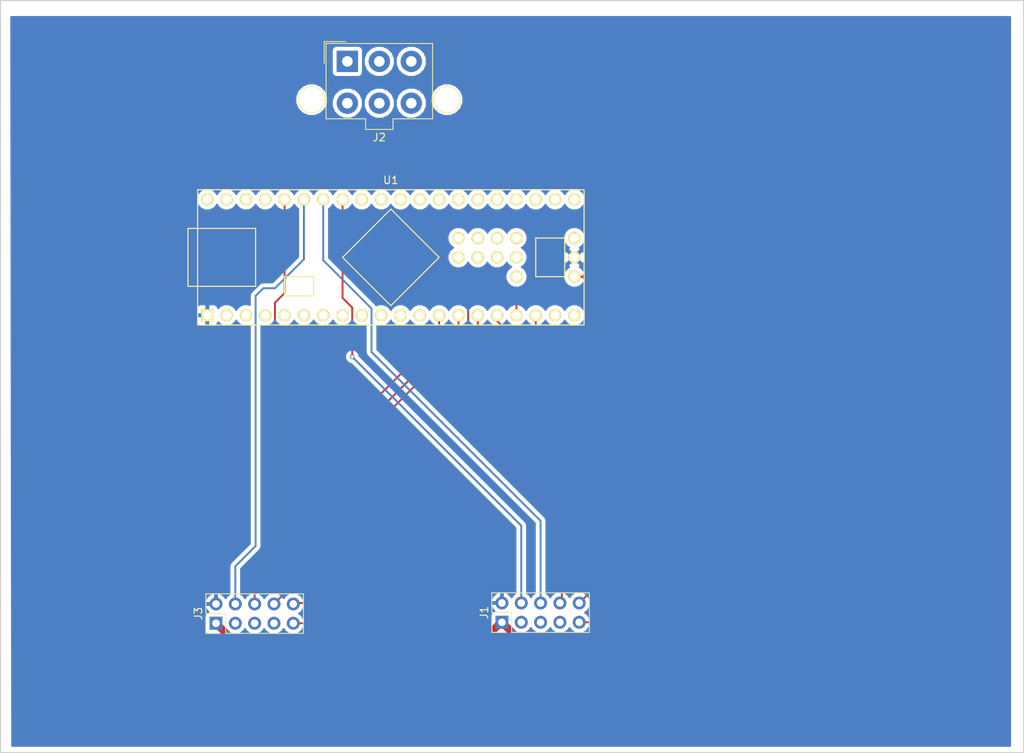
<source format=kicad_pcb>
(kicad_pcb (version 4) (host pcbnew 4.0.7)

  (general
    (links 15)
    (no_connects 0)
    (area 38.405999 33.452999 173.049001 132.536001)
    (thickness 1.6)
    (drawings 5)
    (tracks 71)
    (zones 0)
    (modules 4)
    (nets 13)
  )

  (page A4)
  (layers
    (0 F.Cu signal)
    (31 B.Cu signal)
    (32 B.Adhes user)
    (33 F.Adhes user)
    (34 B.Paste user)
    (35 F.Paste user)
    (36 B.SilkS user)
    (37 F.SilkS user)
    (38 B.Mask user)
    (39 F.Mask user)
    (40 Dwgs.User user)
    (41 Cmts.User user)
    (42 Eco1.User user)
    (43 Eco2.User user)
    (44 Edge.Cuts user)
    (45 Margin user)
    (46 B.CrtYd user)
    (47 F.CrtYd user)
    (48 B.Fab user)
    (49 F.Fab user)
  )

  (setup
    (last_trace_width 1)
    (user_trace_width 0.3)
    (user_trace_width 0.5)
    (user_trace_width 0.8)
    (user_trace_width 1)
    (user_trace_width 1.2)
    (user_trace_width 1.5)
    (user_trace_width 2)
    (trace_clearance 0.2)
    (zone_clearance 0.508)
    (zone_45_only no)
    (trace_min 0.2)
    (segment_width 0.2)
    (edge_width 0.15)
    (via_size 0.6)
    (via_drill 0.4)
    (via_min_size 0.4)
    (via_min_drill 0.3)
    (uvia_size 0.3)
    (uvia_drill 0.1)
    (uvias_allowed no)
    (uvia_min_size 0.2)
    (uvia_min_drill 0.1)
    (pcb_text_width 0.3)
    (pcb_text_size 1.5 1.5)
    (mod_edge_width 0.15)
    (mod_text_size 1 1)
    (mod_text_width 0.15)
    (pad_size 1.524 1.524)
    (pad_drill 0.762)
    (pad_to_mask_clearance 0.2)
    (aux_axis_origin 0 0)
    (visible_elements FFFFFF7F)
    (pcbplotparams
      (layerselection 0x010f0_80000001)
      (usegerberextensions false)
      (excludeedgelayer true)
      (linewidth 0.100000)
      (plotframeref false)
      (viasonmask false)
      (mode 1)
      (useauxorigin false)
      (hpglpennumber 1)
      (hpglpenspeed 20)
      (hpglpendiameter 15)
      (hpglpenoverlay 2)
      (psnegative false)
      (psa4output false)
      (plotreference true)
      (plotvalue true)
      (plotinvisibletext false)
      (padsonsilk false)
      (subtractmaskfromsilk false)
      (outputformat 1)
      (mirror false)
      (drillshape 0)
      (scaleselection 1)
      (outputdirectory gerber/))
  )

  (net 0 "")
  (net 1 GND)
  (net 2 +5V)
  (net 3 /MLeftSig1)
  (net 4 /MLeftSig2)
  (net 5 /MLeftFwd)
  (net 6 /MLeftPWM)
  (net 7 /MLeftBck)
  (net 8 /MRightSig1)
  (net 9 /MRightSig2)
  (net 10 /MRightFwd)
  (net 11 /MRightPWM)
  (net 12 /MRightBck)

  (net_class Default "Dies ist die voreingestellte Netzklasse."
    (clearance 0.2)
    (trace_width 0.25)
    (via_dia 0.6)
    (via_drill 0.4)
    (uvia_dia 0.3)
    (uvia_drill 0.1)
    (add_net /MLeftBck)
    (add_net /MLeftFwd)
    (add_net /MLeftPWM)
    (add_net /MLeftSig1)
    (add_net /MLeftSig2)
    (add_net /MRightBck)
    (add_net /MRightFwd)
    (add_net /MRightPWM)
    (add_net /MRightSig1)
    (add_net /MRightSig2)
  )

  (net_class power ""
    (clearance 0.2)
    (trace_width 0.8)
    (via_dia 0.6)
    (via_drill 0.4)
    (uvia_dia 0.3)
    (uvia_drill 0.1)
    (add_net +5V)
    (add_net GND)
  )

  (module Connectors_Molex:Molex_MiniFit-JR-5556-06B_2x03x4.20mm_Straight (layer F.Cu) (tedit 58A28952) (tstamp 5A92A94A)
    (at 84.074 41.529)
    (descr "Molex Mini-Fit JR, PN:5556-06B, dual row, top entry type, through hole, with plastic PCB locators")
    (tags "connector molex mini-fit 5556")
    (path /5A92A7CF)
    (fp_text reference J2 (at 4.2 10) (layer F.SilkS)
      (effects (font (size 1 1) (thickness 0.15)))
    )
    (fp_text value PowerConn (at 4.2 -4) (layer F.Fab)
      (effects (font (size 1 1) (thickness 0.15)))
    )
    (fp_circle (center -4.7 5.04) (end -2.95 5.04) (layer F.SilkS) (width 0.12))
    (fp_circle (center 13.1 5.04) (end 14.85 5.04) (layer F.SilkS) (width 0.12))
    (fp_line (start -2.7 -2.25) (end -2.7 7.45) (layer F.Fab) (width 0.1))
    (fp_line (start -2.7 7.45) (end 11.1 7.45) (layer F.Fab) (width 0.1))
    (fp_line (start 11.1 7.45) (end 11.1 -2.25) (layer F.Fab) (width 0.1))
    (fp_line (start 11.1 -2.25) (end -2.7 -2.25) (layer F.Fab) (width 0.1))
    (fp_line (start 2.5 7.45) (end 2.5 8.85) (layer F.Fab) (width 0.1))
    (fp_line (start 2.5 8.85) (end 5.9 8.85) (layer F.Fab) (width 0.1))
    (fp_line (start 5.9 8.85) (end 5.9 7.45) (layer F.Fab) (width 0.1))
    (fp_line (start -1.75 -1.75) (end -1.75 1.75) (layer F.Fab) (width 0.1))
    (fp_line (start -1.75 1.75) (end 1.75 1.75) (layer F.Fab) (width 0.1))
    (fp_line (start 1.75 1.75) (end 1.75 -1.75) (layer F.Fab) (width 0.1))
    (fp_line (start 1.75 -1.75) (end -1.75 -1.75) (layer F.Fab) (width 0.1))
    (fp_line (start -1.75 7.25) (end -1.75 4.625) (layer F.Fab) (width 0.1))
    (fp_line (start -1.75 4.625) (end -0.875 3.75) (layer F.Fab) (width 0.1))
    (fp_line (start -0.875 3.75) (end 0.875 3.75) (layer F.Fab) (width 0.1))
    (fp_line (start 0.875 3.75) (end 1.75 4.625) (layer F.Fab) (width 0.1))
    (fp_line (start 1.75 4.625) (end 1.75 7.25) (layer F.Fab) (width 0.1))
    (fp_line (start 1.75 7.25) (end -1.75 7.25) (layer F.Fab) (width 0.1))
    (fp_line (start 2.45 3.75) (end 2.45 7.25) (layer F.Fab) (width 0.1))
    (fp_line (start 2.45 7.25) (end 5.95 7.25) (layer F.Fab) (width 0.1))
    (fp_line (start 5.95 7.25) (end 5.95 3.75) (layer F.Fab) (width 0.1))
    (fp_line (start 5.95 3.75) (end 2.45 3.75) (layer F.Fab) (width 0.1))
    (fp_line (start 2.45 1.75) (end 2.45 -0.875) (layer F.Fab) (width 0.1))
    (fp_line (start 2.45 -0.875) (end 3.325 -1.75) (layer F.Fab) (width 0.1))
    (fp_line (start 3.325 -1.75) (end 5.075 -1.75) (layer F.Fab) (width 0.1))
    (fp_line (start 5.075 -1.75) (end 5.95 -0.875) (layer F.Fab) (width 0.1))
    (fp_line (start 5.95 -0.875) (end 5.95 1.75) (layer F.Fab) (width 0.1))
    (fp_line (start 5.95 1.75) (end 2.45 1.75) (layer F.Fab) (width 0.1))
    (fp_line (start 6.65 3.75) (end 6.65 7.25) (layer F.Fab) (width 0.1))
    (fp_line (start 6.65 7.25) (end 10.15 7.25) (layer F.Fab) (width 0.1))
    (fp_line (start 10.15 7.25) (end 10.15 3.75) (layer F.Fab) (width 0.1))
    (fp_line (start 10.15 3.75) (end 6.65 3.75) (layer F.Fab) (width 0.1))
    (fp_line (start 6.65 1.75) (end 6.65 -0.875) (layer F.Fab) (width 0.1))
    (fp_line (start 6.65 -0.875) (end 7.525 -1.75) (layer F.Fab) (width 0.1))
    (fp_line (start 7.525 -1.75) (end 9.275 -1.75) (layer F.Fab) (width 0.1))
    (fp_line (start 9.275 -1.75) (end 10.15 -0.875) (layer F.Fab) (width 0.1))
    (fp_line (start 10.15 -0.875) (end 10.15 1.75) (layer F.Fab) (width 0.1))
    (fp_line (start 10.15 1.75) (end 6.65 1.75) (layer F.Fab) (width 0.1))
    (fp_line (start 4.2 -2.35) (end -2.8 -2.35) (layer F.SilkS) (width 0.12))
    (fp_line (start -2.8 -2.35) (end -2.8 7.55) (layer F.SilkS) (width 0.12))
    (fp_line (start -2.8 7.55) (end 2.4 7.55) (layer F.SilkS) (width 0.12))
    (fp_line (start 2.4 7.55) (end 2.4 8.95) (layer F.SilkS) (width 0.12))
    (fp_line (start 2.4 8.95) (end 4.2 8.95) (layer F.SilkS) (width 0.12))
    (fp_line (start 4.2 -2.35) (end 11.2 -2.35) (layer F.SilkS) (width 0.12))
    (fp_line (start 11.2 -2.35) (end 11.2 7.55) (layer F.SilkS) (width 0.12))
    (fp_line (start 11.2 7.55) (end 6 7.55) (layer F.SilkS) (width 0.12))
    (fp_line (start 6 7.55) (end 6 8.95) (layer F.SilkS) (width 0.12))
    (fp_line (start 6 8.95) (end 4.2 8.95) (layer F.SilkS) (width 0.12))
    (fp_line (start -0.2 -2.6) (end -3.05 -2.6) (layer F.SilkS) (width 0.12))
    (fp_line (start -3.05 -2.6) (end -3.05 0.25) (layer F.SilkS) (width 0.12))
    (fp_line (start -0.2 -2.6) (end -3.05 -2.6) (layer F.Fab) (width 0.1))
    (fp_line (start -3.05 -2.6) (end -3.05 0.25) (layer F.Fab) (width 0.1))
    (fp_line (start -6.7 -2.75) (end -6.7 9.3) (layer F.CrtYd) (width 0.05))
    (fp_line (start -6.7 9.3) (end 15.1 9.3) (layer F.CrtYd) (width 0.05))
    (fp_line (start 15.1 9.3) (end 15.1 -2.75) (layer F.CrtYd) (width 0.05))
    (fp_line (start 15.1 -2.75) (end -6.7 -2.75) (layer F.CrtYd) (width 0.05))
    (fp_text user %R (at 4.2 3) (layer F.Fab)
      (effects (font (size 1 1) (thickness 0.15)))
    )
    (pad 1 thru_hole rect (at 0 0) (size 2.8 2.8) (drill 1.4) (layers *.Cu *.Mask))
    (pad 2 thru_hole circle (at 4.2 0) (size 2.8 2.8) (drill 1.4) (layers *.Cu *.Mask))
    (pad 3 thru_hole circle (at 8.4 0) (size 2.8 2.8) (drill 1.4) (layers *.Cu *.Mask))
    (pad 4 thru_hole circle (at 0 5.5) (size 2.8 2.8) (drill 1.4) (layers *.Cu *.Mask))
    (pad 5 thru_hole circle (at 4.2 5.5) (size 2.8 2.8) (drill 1.4) (layers *.Cu *.Mask))
    (pad 6 thru_hole circle (at 8.4 5.5) (size 2.8 2.8) (drill 1.4) (layers *.Cu *.Mask))
    (pad "" np_thru_hole circle (at -4.7 5.04) (size 3 3) (drill 3) (layers *.Cu *.Mask))
    (pad "" np_thru_hole circle (at 13.1 5.04) (size 3 3) (drill 3) (layers *.Cu *.Mask))
    (model ${KISYS3DMOD}/Connectors_Molex.3dshapes/Molex_MiniFit-JR-5556-06B_2x03x4.20mm_Straight.wrl
      (at (xyz 0 0 0))
      (scale (xyz 1 1 1))
      (rotate (xyz 0 0 0))
    )
  )

  (module footprints:Teensy2.0++ (layer F.Cu) (tedit 5A2919ED) (tstamp 5A92C1E5)
    (at 89.789 67.31)
    (descr 20)
    (path /5A92B088)
    (fp_text reference U1 (at 0 -10.16) (layer F.SilkS)
      (effects (font (size 1 1) (thickness 0.15)))
    )
    (fp_text value Teensy++2.0 (at 0 10.16) (layer F.Fab)
      (effects (font (size 1 1) (thickness 0.15)))
    )
    (fp_line (start -17.78 3.81) (end -17.78 -3.81) (layer F.SilkS) (width 0.15))
    (fp_line (start -26.67 -3.81) (end -26.67 3.81) (layer F.SilkS) (width 0.15))
    (fp_line (start -17.78 -3.81) (end -26.67 -3.81) (layer F.SilkS) (width 0.15))
    (fp_line (start -17.78 3.81) (end -26.67 3.81) (layer F.SilkS) (width 0.15))
    (fp_line (start -13.97 5.08) (end -10.16 5.08) (layer F.SilkS) (width 0.15))
    (fp_line (start -10.16 5.08) (end -10.16 3.81) (layer F.SilkS) (width 0.15))
    (fp_line (start -10.16 3.81) (end -10.16 2.54) (layer F.SilkS) (width 0.15))
    (fp_line (start -10.16 2.54) (end -13.97 2.54) (layer F.SilkS) (width 0.15))
    (fp_line (start -13.97 2.54) (end -13.97 5.08) (layer F.SilkS) (width 0.15))
    (fp_line (start 22.86 2.54) (end 19.05 2.54) (layer F.SilkS) (width 0.15))
    (fp_line (start 19.05 2.54) (end 19.05 -2.54) (layer F.SilkS) (width 0.15))
    (fp_line (start 19.05 -2.54) (end 22.86 -2.54) (layer F.SilkS) (width 0.15))
    (fp_line (start 22.86 -2.54) (end 22.86 2.54) (layer F.SilkS) (width 0.15))
    (fp_line (start 0 6.35) (end -6.35 0) (layer F.SilkS) (width 0.15))
    (fp_line (start -6.35 0) (end 0 -6.35) (layer F.SilkS) (width 0.15))
    (fp_line (start 0 -6.35) (end 6.35 0) (layer F.SilkS) (width 0.15))
    (fp_line (start 6.35 0) (end 0 6.35) (layer F.SilkS) (width 0.15))
    (fp_line (start -25.4 -8.89) (end 25.4 -8.89) (layer F.SilkS) (width 0.15))
    (fp_line (start 25.4 -8.89) (end 25.4 8.89) (layer F.SilkS) (width 0.15))
    (fp_line (start 25.4 8.89) (end -25.4 8.89) (layer F.SilkS) (width 0.15))
    (fp_line (start -25.4 8.89) (end -25.4 -8.89) (layer F.SilkS) (width 0.15))
    (pad 9 thru_hole circle (at -3.81 7.62) (size 1.6 1.6) (drill 1.1) (layers *.Cu *.Mask F.SilkS))
    (pad 10 thru_hole circle (at -1.27 7.62) (size 1.6 1.6) (drill 1.1) (layers *.Cu *.Mask F.SilkS))
    (pad 11 thru_hole circle (at 1.27 7.62) (size 1.6 1.6) (drill 1.1) (layers *.Cu *.Mask F.SilkS))
    (pad 8 thru_hole circle (at -6.35 7.62) (size 1.6 1.6) (drill 1.1) (layers *.Cu *.Mask F.SilkS))
    (pad 7 thru_hole circle (at -8.89 7.62) (size 1.6 1.6) (drill 1.1) (layers *.Cu *.Mask F.SilkS))
    (pad 6 thru_hole circle (at -11.43 7.62) (size 1.6 1.6) (drill 1.1) (layers *.Cu *.Mask F.SilkS))
    (pad 5 thru_hole circle (at -13.97 7.62) (size 1.6 1.6) (drill 1.1) (layers *.Cu *.Mask F.SilkS))
    (pad 4 thru_hole circle (at -16.51 7.62) (size 1.6 1.6) (drill 1.1) (layers *.Cu *.Mask F.SilkS))
    (pad 3 thru_hole circle (at -19.05 7.62) (size 1.6 1.6) (drill 1.1) (layers *.Cu *.Mask F.SilkS))
    (pad 2 thru_hole circle (at -21.59 7.62) (size 1.6 1.6) (drill 1.1) (layers *.Cu *.Mask F.SilkS))
    (pad 1 thru_hole rect (at -24.13 7.62) (size 1.6 1.6) (drill 1.1) (layers *.Cu *.Mask F.SilkS)
      (net 1 GND))
    (pad 12 thru_hole circle (at 3.81 7.62) (size 1.6 1.6) (drill 1.1) (layers *.Cu *.Mask F.SilkS))
    (pad 13 thru_hole circle (at 6.35 7.62) (size 1.6 1.6) (drill 1.1) (layers *.Cu *.Mask F.SilkS)
      (net 10 /MRightFwd))
    (pad 14 thru_hole circle (at 8.89 7.62) (size 1.6 1.6) (drill 1.1) (layers *.Cu *.Mask F.SilkS)
      (net 12 /MRightBck))
    (pad 15 thru_hole circle (at 11.43 7.62) (size 1.6 1.6) (drill 1.1) (layers *.Cu *.Mask F.SilkS)
      (net 5 /MLeftFwd))
    (pad 16 thru_hole circle (at 13.97 7.62) (size 1.6 1.6) (drill 1.1) (layers *.Cu *.Mask F.SilkS)
      (net 7 /MLeftBck))
    (pad 17 thru_hole circle (at 16.51 7.62) (size 1.6 1.6) (drill 1.1) (layers *.Cu *.Mask F.SilkS)
      (net 11 /MRightPWM))
    (pad 18 thru_hole circle (at 19.05 7.62) (size 1.6 1.6) (drill 1.1) (layers *.Cu *.Mask F.SilkS)
      (net 6 /MLeftPWM))
    (pad 19 thru_hole circle (at 21.59 7.62) (size 1.6 1.6) (drill 1.1) (layers *.Cu *.Mask F.SilkS))
    (pad 20 thru_hole circle (at 24.13 7.62) (size 1.6 1.6) (drill 1.1) (layers *.Cu *.Mask F.SilkS))
    (pad 21 thru_hole circle (at 24.13 2.54) (size 1.6 1.6) (drill 1.1) (layers *.Cu *.Mask F.SilkS)
      (net 2 +5V))
    (pad 22 thru_hole circle (at 24.13 0) (size 1.6 1.6) (drill 1.1) (layers *.Cu *.Mask F.SilkS)
      (net 1 GND))
    (pad 23 thru_hole circle (at 24.13 -2.54) (size 1.6 1.6) (drill 1.1) (layers *.Cu *.Mask F.SilkS))
    (pad 24 thru_hole circle (at 24.13 -7.62) (size 1.6 1.6) (drill 1.1) (layers *.Cu *.Mask F.SilkS))
    (pad 25 thru_hole circle (at 21.59 -7.62) (size 1.6 1.6) (drill 1.1) (layers *.Cu *.Mask F.SilkS))
    (pad 26 thru_hole circle (at 19.05 -7.62) (size 1.6 1.6) (drill 1.1) (layers *.Cu *.Mask F.SilkS))
    (pad 27 thru_hole circle (at 16.51 -7.62) (size 1.6 1.6) (drill 1.1) (layers *.Cu *.Mask F.SilkS))
    (pad 28 thru_hole circle (at 13.97 -7.62) (size 1.6 1.6) (drill 1.1) (layers *.Cu *.Mask F.SilkS))
    (pad 29 thru_hole circle (at 11.43 -7.62) (size 1.6 1.6) (drill 1.1) (layers *.Cu *.Mask F.SilkS))
    (pad 30 thru_hole circle (at 8.89 -7.62) (size 1.6 1.6) (drill 1.1) (layers *.Cu *.Mask F.SilkS))
    (pad 31 thru_hole circle (at 6.35 -7.62) (size 1.6 1.6) (drill 1.1) (layers *.Cu *.Mask F.SilkS))
    (pad 32 thru_hole circle (at 3.81 -7.62) (size 1.6 1.6) (drill 1.1) (layers *.Cu *.Mask F.SilkS))
    (pad 33 thru_hole circle (at 1.27 -7.62) (size 1.6 1.6) (drill 1.1) (layers *.Cu *.Mask F.SilkS))
    (pad 34 thru_hole circle (at -1.27 -7.62) (size 1.6 1.6) (drill 1.1) (layers *.Cu *.Mask F.SilkS))
    (pad 35 thru_hole circle (at -3.81 -7.62) (size 1.6 1.6) (drill 1.1) (layers *.Cu *.Mask F.SilkS))
    (pad 36 thru_hole circle (at -6.35 -7.62) (size 1.6 1.6) (drill 1.1) (layers *.Cu *.Mask F.SilkS)
      (net 3 /MLeftSig1))
    (pad 37 thru_hole circle (at -8.89 -7.62) (size 1.6 1.6) (drill 1.1) (layers *.Cu *.Mask F.SilkS)
      (net 4 /MLeftSig2))
    (pad 38 thru_hole circle (at -11.43 -7.62) (size 1.6 1.6) (drill 1.1) (layers *.Cu *.Mask F.SilkS)
      (net 8 /MRightSig1))
    (pad 39 thru_hole circle (at -13.97 -7.62) (size 1.6 1.6) (drill 1.1) (layers *.Cu *.Mask F.SilkS)
      (net 9 /MRightSig2))
    (pad 40 thru_hole circle (at -16.51 -7.62) (size 1.6 1.6) (drill 1.1) (layers *.Cu *.Mask F.SilkS))
    (pad 41 thru_hole circle (at -19.05 -7.62) (size 1.6 1.6) (drill 1.1) (layers *.Cu *.Mask F.SilkS))
    (pad 42 thru_hole circle (at -21.59 -7.62) (size 1.6 1.6) (drill 1.1) (layers *.Cu *.Mask F.SilkS))
    (pad 43 thru_hole circle (at -24.13 -7.62) (size 1.6 1.6) (drill 1.1) (layers *.Cu *.Mask F.SilkS))
    (pad 44 thru_hole circle (at 8.89 -2.54) (size 1.6 1.6) (drill 1.1) (layers *.Cu *.Mask F.SilkS))
    (pad 45 thru_hole circle (at 11.43 -2.54) (size 1.6 1.6) (drill 1.1) (layers *.Cu *.Mask F.SilkS))
    (pad 46 thru_hole circle (at 13.97 -2.54) (size 1.6 1.6) (drill 1.1) (layers *.Cu *.Mask F.SilkS))
    (pad 47 thru_hole circle (at 16.51 -2.54) (size 1.6 1.6) (drill 1.1) (layers *.Cu *.Mask F.SilkS))
    (pad 48 thru_hole circle (at 8.89 0) (size 1.6 1.6) (drill 1.1) (layers *.Cu *.Mask F.SilkS))
    (pad 49 thru_hole circle (at 11.43 0) (size 1.6 1.6) (drill 1.1) (layers *.Cu *.Mask F.SilkS))
    (pad 50 thru_hole circle (at 13.97 0) (size 1.6 1.6) (drill 1.1) (layers *.Cu *.Mask F.SilkS))
    (pad 51 thru_hole circle (at 16.51 0) (size 1.6 1.6) (drill 1.1) (layers *.Cu *.Mask F.SilkS))
    (pad 52 thru_hole circle (at 16.51 2.54) (size 1.6 1.6) (drill 1.1) (layers *.Cu *.Mask F.SilkS))
  )

  (module Pin_Headers:Pin_Header_Straight_2x05_Pitch2.54mm (layer F.Cu) (tedit 59650532) (tstamp 5A93196E)
    (at 104.394 115.316 90)
    (descr "Through hole straight pin header, 2x05, 2.54mm pitch, double rows")
    (tags "Through hole pin header THT 2x05 2.54mm double row")
    (path /5A92B523)
    (fp_text reference J1 (at 1.27 -2.33 90) (layer F.SilkS)
      (effects (font (size 1 1) (thickness 0.15)))
    )
    (fp_text value MLeftConn (at 1.27 12.49 90) (layer F.Fab)
      (effects (font (size 1 1) (thickness 0.15)))
    )
    (fp_line (start 0 -1.27) (end 3.81 -1.27) (layer F.Fab) (width 0.1))
    (fp_line (start 3.81 -1.27) (end 3.81 11.43) (layer F.Fab) (width 0.1))
    (fp_line (start 3.81 11.43) (end -1.27 11.43) (layer F.Fab) (width 0.1))
    (fp_line (start -1.27 11.43) (end -1.27 0) (layer F.Fab) (width 0.1))
    (fp_line (start -1.27 0) (end 0 -1.27) (layer F.Fab) (width 0.1))
    (fp_line (start -1.33 11.49) (end 3.87 11.49) (layer F.SilkS) (width 0.12))
    (fp_line (start -1.33 1.27) (end -1.33 11.49) (layer F.SilkS) (width 0.12))
    (fp_line (start 3.87 -1.33) (end 3.87 11.49) (layer F.SilkS) (width 0.12))
    (fp_line (start -1.33 1.27) (end 1.27 1.27) (layer F.SilkS) (width 0.12))
    (fp_line (start 1.27 1.27) (end 1.27 -1.33) (layer F.SilkS) (width 0.12))
    (fp_line (start 1.27 -1.33) (end 3.87 -1.33) (layer F.SilkS) (width 0.12))
    (fp_line (start -1.33 0) (end -1.33 -1.33) (layer F.SilkS) (width 0.12))
    (fp_line (start -1.33 -1.33) (end 0 -1.33) (layer F.SilkS) (width 0.12))
    (fp_line (start -1.8 -1.8) (end -1.8 11.95) (layer F.CrtYd) (width 0.05))
    (fp_line (start -1.8 11.95) (end 4.35 11.95) (layer F.CrtYd) (width 0.05))
    (fp_line (start 4.35 11.95) (end 4.35 -1.8) (layer F.CrtYd) (width 0.05))
    (fp_line (start 4.35 -1.8) (end -1.8 -1.8) (layer F.CrtYd) (width 0.05))
    (fp_text user %R (at 1.27 5.08 180) (layer F.Fab)
      (effects (font (size 1 1) (thickness 0.15)))
    )
    (pad 1 thru_hole rect (at 0 0 90) (size 1.7 1.7) (drill 1) (layers *.Cu *.Mask)
      (net 2 +5V))
    (pad 2 thru_hole oval (at 2.54 0 90) (size 1.7 1.7) (drill 1) (layers *.Cu *.Mask)
      (net 1 GND))
    (pad 3 thru_hole oval (at 0 2.54 90) (size 1.7 1.7) (drill 1) (layers *.Cu *.Mask))
    (pad 4 thru_hole oval (at 2.54 2.54 90) (size 1.7 1.7) (drill 1) (layers *.Cu *.Mask)
      (net 3 /MLeftSig1))
    (pad 5 thru_hole oval (at 0 5.08 90) (size 1.7 1.7) (drill 1) (layers *.Cu *.Mask))
    (pad 6 thru_hole oval (at 2.54 5.08 90) (size 1.7 1.7) (drill 1) (layers *.Cu *.Mask)
      (net 4 /MLeftSig2))
    (pad 7 thru_hole oval (at 0 7.62 90) (size 1.7 1.7) (drill 1) (layers *.Cu *.Mask))
    (pad 8 thru_hole oval (at 2.54 7.62 90) (size 1.7 1.7) (drill 1) (layers *.Cu *.Mask)
      (net 5 /MLeftFwd))
    (pad 9 thru_hole oval (at 0 10.16 90) (size 1.7 1.7) (drill 1) (layers *.Cu *.Mask)
      (net 6 /MLeftPWM))
    (pad 10 thru_hole oval (at 2.54 10.16 90) (size 1.7 1.7) (drill 1) (layers *.Cu *.Mask)
      (net 7 /MLeftBck))
    (model ${KISYS3DMOD}/Pin_Headers.3dshapes/Pin_Header_Straight_2x05_Pitch2.54mm.wrl
      (at (xyz 0 0 0))
      (scale (xyz 1 1 1))
      (rotate (xyz 0 0 0))
    )
  )

  (module Pin_Headers:Pin_Header_Straight_2x05_Pitch2.54mm (layer F.Cu) (tedit 59650532) (tstamp 5A9319EC)
    (at 66.802 115.443 90)
    (descr "Through hole straight pin header, 2x05, 2.54mm pitch, double rows")
    (tags "Through hole pin header THT 2x05 2.54mm double row")
    (path /5A92B589)
    (fp_text reference J3 (at 1.27 -2.33 90) (layer F.SilkS)
      (effects (font (size 1 1) (thickness 0.15)))
    )
    (fp_text value MRightConn (at 1.27 12.49 90) (layer F.Fab)
      (effects (font (size 1 1) (thickness 0.15)))
    )
    (fp_line (start 0 -1.27) (end 3.81 -1.27) (layer F.Fab) (width 0.1))
    (fp_line (start 3.81 -1.27) (end 3.81 11.43) (layer F.Fab) (width 0.1))
    (fp_line (start 3.81 11.43) (end -1.27 11.43) (layer F.Fab) (width 0.1))
    (fp_line (start -1.27 11.43) (end -1.27 0) (layer F.Fab) (width 0.1))
    (fp_line (start -1.27 0) (end 0 -1.27) (layer F.Fab) (width 0.1))
    (fp_line (start -1.33 11.49) (end 3.87 11.49) (layer F.SilkS) (width 0.12))
    (fp_line (start -1.33 1.27) (end -1.33 11.49) (layer F.SilkS) (width 0.12))
    (fp_line (start 3.87 -1.33) (end 3.87 11.49) (layer F.SilkS) (width 0.12))
    (fp_line (start -1.33 1.27) (end 1.27 1.27) (layer F.SilkS) (width 0.12))
    (fp_line (start 1.27 1.27) (end 1.27 -1.33) (layer F.SilkS) (width 0.12))
    (fp_line (start 1.27 -1.33) (end 3.87 -1.33) (layer F.SilkS) (width 0.12))
    (fp_line (start -1.33 0) (end -1.33 -1.33) (layer F.SilkS) (width 0.12))
    (fp_line (start -1.33 -1.33) (end 0 -1.33) (layer F.SilkS) (width 0.12))
    (fp_line (start -1.8 -1.8) (end -1.8 11.95) (layer F.CrtYd) (width 0.05))
    (fp_line (start -1.8 11.95) (end 4.35 11.95) (layer F.CrtYd) (width 0.05))
    (fp_line (start 4.35 11.95) (end 4.35 -1.8) (layer F.CrtYd) (width 0.05))
    (fp_line (start 4.35 -1.8) (end -1.8 -1.8) (layer F.CrtYd) (width 0.05))
    (fp_text user %R (at 1.27 5.08 180) (layer F.Fab)
      (effects (font (size 1 1) (thickness 0.15)))
    )
    (pad 1 thru_hole rect (at 0 0 90) (size 1.7 1.7) (drill 1) (layers *.Cu *.Mask)
      (net 2 +5V))
    (pad 2 thru_hole oval (at 2.54 0 90) (size 1.7 1.7) (drill 1) (layers *.Cu *.Mask)
      (net 1 GND))
    (pad 3 thru_hole oval (at 0 2.54 90) (size 1.7 1.7) (drill 1) (layers *.Cu *.Mask))
    (pad 4 thru_hole oval (at 2.54 2.54 90) (size 1.7 1.7) (drill 1) (layers *.Cu *.Mask)
      (net 8 /MRightSig1))
    (pad 5 thru_hole oval (at 0 5.08 90) (size 1.7 1.7) (drill 1) (layers *.Cu *.Mask))
    (pad 6 thru_hole oval (at 2.54 5.08 90) (size 1.7 1.7) (drill 1) (layers *.Cu *.Mask)
      (net 9 /MRightSig2))
    (pad 7 thru_hole oval (at 0 7.62 90) (size 1.7 1.7) (drill 1) (layers *.Cu *.Mask))
    (pad 8 thru_hole oval (at 2.54 7.62 90) (size 1.7 1.7) (drill 1) (layers *.Cu *.Mask)
      (net 10 /MRightFwd))
    (pad 9 thru_hole oval (at 0 10.16 90) (size 1.7 1.7) (drill 1) (layers *.Cu *.Mask)
      (net 11 /MRightPWM))
    (pad 10 thru_hole oval (at 2.54 10.16 90) (size 1.7 1.7) (drill 1) (layers *.Cu *.Mask)
      (net 12 /MRightBck))
    (model ${KISYS3DMOD}/Pin_Headers.3dshapes/Pin_Header_Straight_2x05_Pitch2.54mm.wrl
      (at (xyz 0 0 0))
      (scale (xyz 1 1 1))
      (rotate (xyz 0 0 0))
    )
  )

  (gr_line (start 38.481 33.528) (end 38.481 34.544) (angle 90) (layer Edge.Cuts) (width 0.15))
  (gr_line (start 172.974 33.528) (end 38.481 33.528) (angle 90) (layer Edge.Cuts) (width 0.15))
  (gr_line (start 172.974 132.461) (end 172.974 33.528) (angle 90) (layer Edge.Cuts) (width 0.15))
  (gr_line (start 38.481 132.461) (end 172.974 132.461) (angle 90) (layer Edge.Cuts) (width 0.15))
  (gr_line (start 38.481 34.544) (end 38.481 132.461) (angle 90) (layer Edge.Cuts) (width 0.15))

  (segment (start 104.394 115.316) (end 104.267 115.316) (width 0.25) (layer F.Cu) (net 2))
  (segment (start 104.267 115.316) (end 101.473 118.11) (width 1) (layer F.Cu) (net 2) (tstamp 5A930E4B))
  (segment (start 69.469 118.11) (end 66.802 115.443) (width 1) (layer F.Cu) (net 2) (tstamp 5A930E65))
  (segment (start 101.473 118.11) (end 69.469 118.11) (width 1) (layer F.Cu) (net 2) (tstamp 5A930E62))
  (segment (start 107.823 118.745) (end 104.394 115.316) (width 1) (layer F.Cu) (net 2) (tstamp 5A930E44))
  (segment (start 115.951 118.745) (end 107.823 118.745) (width 1) (layer F.Cu) (net 2) (tstamp 5A930E41))
  (segment (start 118.745 115.951) (end 115.951 118.745) (width 1) (layer F.Cu) (net 2) (tstamp 5A930E3F))
  (segment (start 118.745 73.152) (end 118.745 115.951) (width 1) (layer F.Cu) (net 2) (tstamp 5A930E3B))
  (segment (start 115.443 69.85) (end 118.745 73.152) (width 1) (layer F.Cu) (net 2) (tstamp 5A930E37))
  (segment (start 113.919 69.85) (end 115.443 69.85) (width 0.25) (layer F.Cu) (net 2))
  (segment (start 106.934 102.616) (end 106.934 112.776) (width 0.25) (layer B.Cu) (net 3) (tstamp 5A930EE1))
  (segment (start 84.709 80.391) (end 106.934 102.616) (width 0.25) (layer B.Cu) (net 3) (tstamp 5A930EE0))
  (via (at 84.709 80.391) (size 0.6) (drill 0.4) (layers F.Cu B.Cu) (net 3))
  (segment (start 84.709 73.914) (end 84.709 80.391) (width 0.25) (layer F.Cu) (net 3) (tstamp 5A930ED1))
  (segment (start 83.439 72.644) (end 84.709 73.914) (width 0.25) (layer F.Cu) (net 3) (tstamp 5A930EBD))
  (segment (start 83.439 59.69) (end 83.439 72.644) (width 0.25) (layer F.Cu) (net 3))
  (segment (start 80.899 59.69) (end 80.899 67.691) (width 0.25) (layer B.Cu) (net 4))
  (segment (start 109.474 101.981) (end 109.474 112.776) (width 0.25) (layer B.Cu) (net 4) (tstamp 5A930F67))
  (segment (start 87.249 79.756) (end 109.474 101.981) (width 0.25) (layer B.Cu) (net 4) (tstamp 5A930F5B))
  (segment (start 87.249 74.041) (end 87.249 79.756) (width 0.25) (layer B.Cu) (net 4) (tstamp 5A930F53))
  (segment (start 80.899 67.691) (end 87.249 74.041) (width 0.25) (layer B.Cu) (net 4) (tstamp 5A930F38))
  (segment (start 101.219 74.93) (end 101.219 76.073) (width 0.25) (layer F.Cu) (net 5))
  (segment (start 112.268 91.694) (end 112.268 112.522) (width 0.25) (layer F.Cu) (net 5) (tstamp 5A930E87))
  (segment (start 106.934 86.36) (end 112.268 91.694) (width 0.25) (layer F.Cu) (net 5) (tstamp 5A930E86))
  (segment (start 106.934 81.788) (end 106.934 86.36) (width 0.25) (layer F.Cu) (net 5) (tstamp 5A930E7F))
  (segment (start 101.219 76.073) (end 106.934 81.788) (width 0.25) (layer F.Cu) (net 5) (tstamp 5A930E7C))
  (segment (start 112.268 112.522) (end 112.014 112.776) (width 0.25) (layer F.Cu) (net 5) (tstamp 5A930E88))
  (segment (start 108.839 74.93) (end 108.839 83.439) (width 0.25) (layer F.Cu) (net 6))
  (segment (start 116.078 115.316) (end 114.554 115.316) (width 0.25) (layer F.Cu) (net 6) (tstamp 5A930D21))
  (segment (start 117.348 114.046) (end 116.078 115.316) (width 0.25) (layer F.Cu) (net 6) (tstamp 5A930D1F))
  (segment (start 117.348 91.948) (end 117.348 114.046) (width 0.25) (layer F.Cu) (net 6) (tstamp 5A930D1D))
  (segment (start 108.839 83.439) (end 117.348 91.948) (width 0.25) (layer F.Cu) (net 6) (tstamp 5A930D1B))
  (segment (start 103.759 74.93) (end 103.759 75.692) (width 0.25) (layer F.Cu) (net 7))
  (segment (start 103.759 75.692) (end 107.95 79.883) (width 0.25) (layer F.Cu) (net 7) (tstamp 5A930DA4))
  (segment (start 107.95 79.883) (end 107.95 84.201) (width 0.25) (layer F.Cu) (net 7) (tstamp 5A930DAE))
  (segment (start 107.95 84.201) (end 115.697 91.948) (width 0.25) (layer F.Cu) (net 7) (tstamp 5A930DB0))
  (segment (start 115.697 91.948) (end 115.697 111.633) (width 0.25) (layer F.Cu) (net 7) (tstamp 5A930DB1))
  (segment (start 115.697 111.633) (end 114.554 112.776) (width 0.25) (layer F.Cu) (net 7) (tstamp 5A930DB6))
  (segment (start 78.359 59.69) (end 78.359 67.564) (width 0.25) (layer B.Cu) (net 8))
  (segment (start 69.342 107.95) (end 69.342 112.903) (width 0.25) (layer B.Cu) (net 8) (tstamp 5A930FD7))
  (segment (start 72.009 105.283) (end 69.342 107.95) (width 0.25) (layer B.Cu) (net 8) (tstamp 5A930FD2))
  (segment (start 72.009 72.39) (end 72.009 105.283) (width 0.25) (layer B.Cu) (net 8) (tstamp 5A930FCD))
  (segment (start 73.025 71.374) (end 72.009 72.39) (width 0.25) (layer B.Cu) (net 8) (tstamp 5A930FCB))
  (segment (start 74.549 71.374) (end 73.025 71.374) (width 0.25) (layer B.Cu) (net 8) (tstamp 5A930FC5))
  (segment (start 78.359 67.564) (end 74.549 71.374) (width 0.25) (layer B.Cu) (net 8) (tstamp 5A930FC3))
  (segment (start 75.819 59.69) (end 75.819 72.009) (width 0.25) (layer F.Cu) (net 9))
  (segment (start 71.882 110.363) (end 71.882 112.903) (width 0.25) (layer F.Cu) (net 9) (tstamp 5A930FBB))
  (segment (start 74.549 107.696) (end 71.882 110.363) (width 0.25) (layer F.Cu) (net 9) (tstamp 5A930FAE))
  (segment (start 74.549 73.279) (end 74.549 107.696) (width 0.25) (layer F.Cu) (net 9) (tstamp 5A930FA9))
  (segment (start 75.819 72.009) (end 74.549 73.279) (width 0.25) (layer F.Cu) (net 9) (tstamp 5A930FA2))
  (segment (start 96.139 74.93) (end 96.139 77.597) (width 0.25) (layer F.Cu) (net 10))
  (segment (start 76.581 110.744) (end 74.422 112.903) (width 0.25) (layer F.Cu) (net 10) (tstamp 5A930D6C))
  (segment (start 78.867 110.744) (end 76.581 110.744) (width 0.25) (layer F.Cu) (net 10) (tstamp 5A930D69))
  (segment (start 80.264 109.347) (end 78.867 110.744) (width 0.25) (layer F.Cu) (net 10) (tstamp 5A930D66))
  (segment (start 80.264 93.472) (end 80.264 109.347) (width 0.25) (layer F.Cu) (net 10) (tstamp 5A930D5D))
  (segment (start 96.139 77.597) (end 80.264 93.472) (width 0.25) (layer F.Cu) (net 10) (tstamp 5A930D55))
  (segment (start 106.299 74.93) (end 106.299 73.025) (width 0.25) (layer F.Cu) (net 11))
  (segment (start 80.137 115.443) (end 76.962 115.443) (width 0.25) (layer F.Cu) (net 11) (tstamp 5A930D3B))
  (segment (start 82.296 113.284) (end 80.137 115.443) (width 0.25) (layer F.Cu) (net 11) (tstamp 5A930D39))
  (segment (start 82.296 94.869) (end 82.296 113.284) (width 0.25) (layer F.Cu) (net 11) (tstamp 5A930D37))
  (segment (start 99.949 77.216) (end 82.296 94.869) (width 0.25) (layer F.Cu) (net 11) (tstamp 5A930D35))
  (segment (start 99.949 73.66) (end 99.949 77.216) (width 0.25) (layer F.Cu) (net 11) (tstamp 5A930D33))
  (segment (start 100.965 72.644) (end 99.949 73.66) (width 0.25) (layer F.Cu) (net 11) (tstamp 5A930D32))
  (segment (start 105.918 72.644) (end 100.965 72.644) (width 0.25) (layer F.Cu) (net 11) (tstamp 5A930D31))
  (segment (start 106.299 73.025) (end 105.918 72.644) (width 0.25) (layer F.Cu) (net 11) (tstamp 5A930D30))
  (segment (start 98.679 74.93) (end 98.679 76.962) (width 0.25) (layer F.Cu) (net 12))
  (segment (start 81.026 112.776) (end 77.089 112.776) (width 0.25) (layer F.Cu) (net 12) (tstamp 5A930D43))
  (segment (start 81.534 112.268) (end 81.026 112.776) (width 0.25) (layer F.Cu) (net 12) (tstamp 5A930D42))
  (segment (start 81.534 94.107) (end 81.534 112.268) (width 0.25) (layer F.Cu) (net 12) (tstamp 5A930D41))
  (segment (start 98.679 76.962) (end 81.534 94.107) (width 0.25) (layer F.Cu) (net 12) (tstamp 5A930D3F))
  (segment (start 77.089 112.776) (end 76.962 112.903) (width 0.25) (layer F.Cu) (net 12) (tstamp 5A930D44))

  (zone (net 1) (net_name GND) (layer B.Cu) (tstamp 5A931388) (hatch edge 0.508)
    (connect_pads (clearance 0.508))
    (min_thickness 0.254)
    (fill yes (arc_segments 16) (thermal_gap 0.508) (thermal_bridge_width 0.508))
    (polygon
      (pts
        (xy 171.323 131.699) (xy 39.878 131.699) (xy 39.751 35.56) (xy 171.323 35.56)
      )
    )
    (filled_polygon
      (pts
        (xy 171.196 131.572) (xy 40.004832 131.572) (xy 39.9797 112.546108) (xy 65.360514 112.546108) (xy 65.481181 112.776)
        (xy 66.675 112.776) (xy 66.675 111.582845) (xy 66.44511 111.461524) (xy 66.035076 111.631355) (xy 65.606817 112.021642)
        (xy 65.360514 112.546108) (xy 39.9797 112.546108) (xy 39.930386 75.21575) (xy 64.224 75.21575) (xy 64.224 75.85631)
        (xy 64.320673 76.089699) (xy 64.499302 76.268327) (xy 64.732691 76.365) (xy 65.37325 76.365) (xy 65.532 76.20625)
        (xy 65.532 75.057) (xy 64.38275 75.057) (xy 64.224 75.21575) (xy 39.930386 75.21575) (xy 39.928785 74.00369)
        (xy 64.224 74.00369) (xy 64.224 74.64425) (xy 64.38275 74.803) (xy 65.532 74.803) (xy 65.532 73.65375)
        (xy 65.37325 73.495) (xy 64.732691 73.495) (xy 64.499302 73.591673) (xy 64.320673 73.770301) (xy 64.224 74.00369)
        (xy 39.928785 74.00369) (xy 39.910252 59.974187) (xy 64.223752 59.974187) (xy 64.441757 60.5018) (xy 64.845077 60.905824)
        (xy 65.372309 61.12475) (xy 65.943187 61.125248) (xy 66.4708 60.907243) (xy 66.874824 60.503923) (xy 66.928862 60.373785)
        (xy 66.981757 60.5018) (xy 67.385077 60.905824) (xy 67.912309 61.12475) (xy 68.483187 61.125248) (xy 69.0108 60.907243)
        (xy 69.414824 60.503923) (xy 69.468862 60.373785) (xy 69.521757 60.5018) (xy 69.925077 60.905824) (xy 70.452309 61.12475)
        (xy 71.023187 61.125248) (xy 71.5508 60.907243) (xy 71.954824 60.503923) (xy 72.008862 60.373785) (xy 72.061757 60.5018)
        (xy 72.465077 60.905824) (xy 72.992309 61.12475) (xy 73.563187 61.125248) (xy 74.0908 60.907243) (xy 74.494824 60.503923)
        (xy 74.548862 60.373785) (xy 74.601757 60.5018) (xy 75.005077 60.905824) (xy 75.532309 61.12475) (xy 76.103187 61.125248)
        (xy 76.6308 60.907243) (xy 77.034824 60.503923) (xy 77.088862 60.373785) (xy 77.141757 60.5018) (xy 77.545077 60.905824)
        (xy 77.599 60.928215) (xy 77.599 67.249198) (xy 74.234198 70.614) (xy 73.025 70.614) (xy 72.734161 70.671852)
        (xy 72.487599 70.836599) (xy 71.471599 71.852599) (xy 71.306852 72.099161) (xy 71.249 72.39) (xy 71.249 73.587976)
        (xy 71.025691 73.49525) (xy 70.454813 73.494752) (xy 69.9272 73.712757) (xy 69.523176 74.116077) (xy 69.469138 74.246215)
        (xy 69.416243 74.1182) (xy 69.012923 73.714176) (xy 68.485691 73.49525) (xy 67.914813 73.494752) (xy 67.3872 73.712757)
        (xy 67.094 74.005446) (xy 67.094 74.00369) (xy 66.997327 73.770301) (xy 66.818698 73.591673) (xy 66.585309 73.495)
        (xy 65.94475 73.495) (xy 65.786 73.65375) (xy 65.786 74.803) (xy 65.806 74.803) (xy 65.806 75.057)
        (xy 65.786 75.057) (xy 65.786 76.20625) (xy 65.94475 76.365) (xy 66.585309 76.365) (xy 66.818698 76.268327)
        (xy 66.997327 76.089699) (xy 67.094 75.85631) (xy 67.094 75.854239) (xy 67.385077 76.145824) (xy 67.912309 76.36475)
        (xy 68.483187 76.365248) (xy 69.0108 76.147243) (xy 69.414824 75.743923) (xy 69.468862 75.613785) (xy 69.521757 75.7418)
        (xy 69.925077 76.145824) (xy 70.452309 76.36475) (xy 71.023187 76.365248) (xy 71.249 76.271944) (xy 71.249 104.968198)
        (xy 68.804599 107.412599) (xy 68.639852 107.659161) (xy 68.582 107.95) (xy 68.582 111.630046) (xy 68.291946 111.823853)
        (xy 68.064298 112.164553) (xy 67.997183 112.021642) (xy 67.568924 111.631355) (xy 67.15889 111.461524) (xy 66.929 111.582845)
        (xy 66.929 112.776) (xy 66.949 112.776) (xy 66.949 113.03) (xy 66.929 113.03) (xy 66.929 113.05)
        (xy 66.675 113.05) (xy 66.675 113.03) (xy 65.481181 113.03) (xy 65.360514 113.259892) (xy 65.606817 113.784358)
        (xy 65.812504 113.971808) (xy 65.716683 113.989838) (xy 65.500559 114.12891) (xy 65.355569 114.34111) (xy 65.30456 114.593)
        (xy 65.30456 116.293) (xy 65.348838 116.528317) (xy 65.48791 116.744441) (xy 65.70011 116.889431) (xy 65.952 116.94044)
        (xy 67.652 116.94044) (xy 67.887317 116.896162) (xy 68.103441 116.75709) (xy 68.248431 116.54489) (xy 68.262086 116.477459)
        (xy 68.291946 116.522147) (xy 68.773715 116.844054) (xy 69.342 116.957093) (xy 69.910285 116.844054) (xy 70.392054 116.522147)
        (xy 70.612 116.192974) (xy 70.831946 116.522147) (xy 71.313715 116.844054) (xy 71.882 116.957093) (xy 72.450285 116.844054)
        (xy 72.932054 116.522147) (xy 73.152 116.192974) (xy 73.371946 116.522147) (xy 73.853715 116.844054) (xy 74.422 116.957093)
        (xy 74.990285 116.844054) (xy 75.472054 116.522147) (xy 75.692 116.192974) (xy 75.911946 116.522147) (xy 76.393715 116.844054)
        (xy 76.962 116.957093) (xy 77.530285 116.844054) (xy 78.012054 116.522147) (xy 78.333961 116.040378) (xy 78.447 115.472093)
        (xy 78.447 115.413907) (xy 78.333961 114.845622) (xy 78.012054 114.363853) (xy 77.726422 114.173) (xy 78.012054 113.982147)
        (xy 78.333961 113.500378) (xy 78.447 112.932093) (xy 78.447 112.873907) (xy 78.356535 112.419108) (xy 102.952514 112.419108)
        (xy 103.073181 112.649) (xy 104.267 112.649) (xy 104.267 111.455845) (xy 104.03711 111.334524) (xy 103.627076 111.504355)
        (xy 103.198817 111.894642) (xy 102.952514 112.419108) (xy 78.356535 112.419108) (xy 78.333961 112.305622) (xy 78.012054 111.823853)
        (xy 77.530285 111.501946) (xy 76.962 111.388907) (xy 76.393715 111.501946) (xy 75.911946 111.823853) (xy 75.692 112.153026)
        (xy 75.472054 111.823853) (xy 74.990285 111.501946) (xy 74.422 111.388907) (xy 73.853715 111.501946) (xy 73.371946 111.823853)
        (xy 73.152 112.153026) (xy 72.932054 111.823853) (xy 72.450285 111.501946) (xy 71.882 111.388907) (xy 71.313715 111.501946)
        (xy 70.831946 111.823853) (xy 70.612 112.153026) (xy 70.392054 111.823853) (xy 70.102 111.630046) (xy 70.102 108.264802)
        (xy 72.546401 105.820401) (xy 72.711148 105.573839) (xy 72.769 105.283) (xy 72.769 76.272024) (xy 72.992309 76.36475)
        (xy 73.563187 76.365248) (xy 74.0908 76.147243) (xy 74.494824 75.743923) (xy 74.548862 75.613785) (xy 74.601757 75.7418)
        (xy 75.005077 76.145824) (xy 75.532309 76.36475) (xy 76.103187 76.365248) (xy 76.6308 76.147243) (xy 77.034824 75.743923)
        (xy 77.088862 75.613785) (xy 77.141757 75.7418) (xy 77.545077 76.145824) (xy 78.072309 76.36475) (xy 78.643187 76.365248)
        (xy 79.1708 76.147243) (xy 79.574824 75.743923) (xy 79.628862 75.613785) (xy 79.681757 75.7418) (xy 80.085077 76.145824)
        (xy 80.612309 76.36475) (xy 81.183187 76.365248) (xy 81.7108 76.147243) (xy 82.114824 75.743923) (xy 82.168862 75.613785)
        (xy 82.221757 75.7418) (xy 82.625077 76.145824) (xy 83.152309 76.36475) (xy 83.723187 76.365248) (xy 84.2508 76.147243)
        (xy 84.654824 75.743923) (xy 84.708862 75.613785) (xy 84.761757 75.7418) (xy 85.165077 76.145824) (xy 85.692309 76.36475)
        (xy 86.263187 76.365248) (xy 86.489 76.271944) (xy 86.489 79.756) (xy 86.546852 80.046839) (xy 86.711599 80.293401)
        (xy 108.714 102.295802) (xy 108.714 111.503046) (xy 108.423946 111.696853) (xy 108.204 112.026026) (xy 107.984054 111.696853)
        (xy 107.694 111.503046) (xy 107.694 102.616) (xy 107.636148 102.325161) (xy 107.636148 102.32516) (xy 107.471401 102.078599)
        (xy 85.644122 80.25132) (xy 85.644162 80.205833) (xy 85.502117 79.862057) (xy 85.239327 79.598808) (xy 84.895799 79.456162)
        (xy 84.523833 79.455838) (xy 84.180057 79.597883) (xy 83.916808 79.860673) (xy 83.774162 80.204201) (xy 83.773838 80.576167)
        (xy 83.915883 80.919943) (xy 84.178673 81.183192) (xy 84.522201 81.325838) (xy 84.569077 81.325879) (xy 106.174 102.930802)
        (xy 106.174 111.503046) (xy 105.883946 111.696853) (xy 105.656298 112.037553) (xy 105.589183 111.894642) (xy 105.160924 111.504355)
        (xy 104.75089 111.334524) (xy 104.521 111.455845) (xy 104.521 112.649) (xy 104.541 112.649) (xy 104.541 112.903)
        (xy 104.521 112.903) (xy 104.521 112.923) (xy 104.267 112.923) (xy 104.267 112.903) (xy 103.073181 112.903)
        (xy 102.952514 113.132892) (xy 103.198817 113.657358) (xy 103.404504 113.844808) (xy 103.308683 113.862838) (xy 103.092559 114.00191)
        (xy 102.947569 114.21411) (xy 102.89656 114.466) (xy 102.89656 116.166) (xy 102.940838 116.401317) (xy 103.07991 116.617441)
        (xy 103.29211 116.762431) (xy 103.544 116.81344) (xy 105.244 116.81344) (xy 105.479317 116.769162) (xy 105.695441 116.63009)
        (xy 105.840431 116.41789) (xy 105.854086 116.350459) (xy 105.883946 116.395147) (xy 106.365715 116.717054) (xy 106.934 116.830093)
        (xy 107.502285 116.717054) (xy 107.984054 116.395147) (xy 108.204 116.065974) (xy 108.423946 116.395147) (xy 108.905715 116.717054)
        (xy 109.474 116.830093) (xy 110.042285 116.717054) (xy 110.524054 116.395147) (xy 110.744 116.065974) (xy 110.963946 116.395147)
        (xy 111.445715 116.717054) (xy 112.014 116.830093) (xy 112.582285 116.717054) (xy 113.064054 116.395147) (xy 113.284 116.065974)
        (xy 113.503946 116.395147) (xy 113.985715 116.717054) (xy 114.554 116.830093) (xy 115.122285 116.717054) (xy 115.604054 116.395147)
        (xy 115.925961 115.913378) (xy 116.039 115.345093) (xy 116.039 115.286907) (xy 115.925961 114.718622) (xy 115.604054 114.236853)
        (xy 115.318422 114.046) (xy 115.604054 113.855147) (xy 115.925961 113.373378) (xy 116.039 112.805093) (xy 116.039 112.746907)
        (xy 115.925961 112.178622) (xy 115.604054 111.696853) (xy 115.122285 111.374946) (xy 114.554 111.261907) (xy 113.985715 111.374946)
        (xy 113.503946 111.696853) (xy 113.284 112.026026) (xy 113.064054 111.696853) (xy 112.582285 111.374946) (xy 112.014 111.261907)
        (xy 111.445715 111.374946) (xy 110.963946 111.696853) (xy 110.744 112.026026) (xy 110.524054 111.696853) (xy 110.234 111.503046)
        (xy 110.234 101.981) (xy 110.176148 101.690161) (xy 110.176148 101.69016) (xy 110.011401 101.443599) (xy 88.009 79.441198)
        (xy 88.009 76.272024) (xy 88.232309 76.36475) (xy 88.803187 76.365248) (xy 89.3308 76.147243) (xy 89.734824 75.743923)
        (xy 89.788862 75.613785) (xy 89.841757 75.7418) (xy 90.245077 76.145824) (xy 90.772309 76.36475) (xy 91.343187 76.365248)
        (xy 91.8708 76.147243) (xy 92.274824 75.743923) (xy 92.328862 75.613785) (xy 92.381757 75.7418) (xy 92.785077 76.145824)
        (xy 93.312309 76.36475) (xy 93.883187 76.365248) (xy 94.4108 76.147243) (xy 94.814824 75.743923) (xy 94.868862 75.613785)
        (xy 94.921757 75.7418) (xy 95.325077 76.145824) (xy 95.852309 76.36475) (xy 96.423187 76.365248) (xy 96.9508 76.147243)
        (xy 97.354824 75.743923) (xy 97.408862 75.613785) (xy 97.461757 75.7418) (xy 97.865077 76.145824) (xy 98.392309 76.36475)
        (xy 98.963187 76.365248) (xy 99.4908 76.147243) (xy 99.894824 75.743923) (xy 99.948862 75.613785) (xy 100.001757 75.7418)
        (xy 100.405077 76.145824) (xy 100.932309 76.36475) (xy 101.503187 76.365248) (xy 102.0308 76.147243) (xy 102.434824 75.743923)
        (xy 102.488862 75.613785) (xy 102.541757 75.7418) (xy 102.945077 76.145824) (xy 103.472309 76.36475) (xy 104.043187 76.365248)
        (xy 104.5708 76.147243) (xy 104.974824 75.743923) (xy 105.028862 75.613785) (xy 105.081757 75.7418) (xy 105.485077 76.145824)
        (xy 106.012309 76.36475) (xy 106.583187 76.365248) (xy 107.1108 76.147243) (xy 107.514824 75.743923) (xy 107.568862 75.613785)
        (xy 107.621757 75.7418) (xy 108.025077 76.145824) (xy 108.552309 76.36475) (xy 109.123187 76.365248) (xy 109.6508 76.147243)
        (xy 110.054824 75.743923) (xy 110.108862 75.613785) (xy 110.161757 75.7418) (xy 110.565077 76.145824) (xy 111.092309 76.36475)
        (xy 111.663187 76.365248) (xy 112.1908 76.147243) (xy 112.594824 75.743923) (xy 112.648862 75.613785) (xy 112.701757 75.7418)
        (xy 113.105077 76.145824) (xy 113.632309 76.36475) (xy 114.203187 76.365248) (xy 114.7308 76.147243) (xy 115.134824 75.743923)
        (xy 115.35375 75.216691) (xy 115.354248 74.645813) (xy 115.136243 74.1182) (xy 114.732923 73.714176) (xy 114.205691 73.49525)
        (xy 113.634813 73.494752) (xy 113.1072 73.712757) (xy 112.703176 74.116077) (xy 112.649138 74.246215) (xy 112.596243 74.1182)
        (xy 112.192923 73.714176) (xy 111.665691 73.49525) (xy 111.094813 73.494752) (xy 110.5672 73.712757) (xy 110.163176 74.116077)
        (xy 110.109138 74.246215) (xy 110.056243 74.1182) (xy 109.652923 73.714176) (xy 109.125691 73.49525) (xy 108.554813 73.494752)
        (xy 108.0272 73.712757) (xy 107.623176 74.116077) (xy 107.569138 74.246215) (xy 107.516243 74.1182) (xy 107.112923 73.714176)
        (xy 106.585691 73.49525) (xy 106.014813 73.494752) (xy 105.4872 73.712757) (xy 105.083176 74.116077) (xy 105.029138 74.246215)
        (xy 104.976243 74.1182) (xy 104.572923 73.714176) (xy 104.045691 73.49525) (xy 103.474813 73.494752) (xy 102.9472 73.712757)
        (xy 102.543176 74.116077) (xy 102.489138 74.246215) (xy 102.436243 74.1182) (xy 102.032923 73.714176) (xy 101.505691 73.49525)
        (xy 100.934813 73.494752) (xy 100.4072 73.712757) (xy 100.003176 74.116077) (xy 99.949138 74.246215) (xy 99.896243 74.1182)
        (xy 99.492923 73.714176) (xy 98.965691 73.49525) (xy 98.394813 73.494752) (xy 97.8672 73.712757) (xy 97.463176 74.116077)
        (xy 97.409138 74.246215) (xy 97.356243 74.1182) (xy 96.952923 73.714176) (xy 96.425691 73.49525) (xy 95.854813 73.494752)
        (xy 95.3272 73.712757) (xy 94.923176 74.116077) (xy 94.869138 74.246215) (xy 94.816243 74.1182) (xy 94.412923 73.714176)
        (xy 93.885691 73.49525) (xy 93.314813 73.494752) (xy 92.7872 73.712757) (xy 92.383176 74.116077) (xy 92.329138 74.246215)
        (xy 92.276243 74.1182) (xy 91.872923 73.714176) (xy 91.345691 73.49525) (xy 90.774813 73.494752) (xy 90.2472 73.712757)
        (xy 89.843176 74.116077) (xy 89.789138 74.246215) (xy 89.736243 74.1182) (xy 89.332923 73.714176) (xy 88.805691 73.49525)
        (xy 88.234813 73.494752) (xy 87.878784 73.64186) (xy 87.786401 73.503599) (xy 81.659 67.376198) (xy 81.659 65.054187)
        (xy 97.243752 65.054187) (xy 97.461757 65.5818) (xy 97.865077 65.985824) (xy 97.995215 66.039862) (xy 97.8672 66.092757)
        (xy 97.463176 66.496077) (xy 97.24425 67.023309) (xy 97.243752 67.594187) (xy 97.461757 68.1218) (xy 97.865077 68.525824)
        (xy 98.392309 68.74475) (xy 98.963187 68.745248) (xy 99.4908 68.527243) (xy 99.894824 68.123923) (xy 99.948862 67.993785)
        (xy 100.001757 68.1218) (xy 100.405077 68.525824) (xy 100.932309 68.74475) (xy 101.503187 68.745248) (xy 102.0308 68.527243)
        (xy 102.434824 68.123923) (xy 102.488862 67.993785) (xy 102.541757 68.1218) (xy 102.945077 68.525824) (xy 103.472309 68.74475)
        (xy 104.043187 68.745248) (xy 104.5708 68.527243) (xy 104.974824 68.123923) (xy 105.028862 67.993785) (xy 105.081757 68.1218)
        (xy 105.485077 68.525824) (xy 105.615215 68.579862) (xy 105.4872 68.632757) (xy 105.083176 69.036077) (xy 104.86425 69.563309)
        (xy 104.863752 70.134187) (xy 105.081757 70.6618) (xy 105.485077 71.065824) (xy 106.012309 71.28475) (xy 106.583187 71.285248)
        (xy 107.1108 71.067243) (xy 107.514824 70.663923) (xy 107.73375 70.136691) (xy 107.733752 70.134187) (xy 112.483752 70.134187)
        (xy 112.701757 70.6618) (xy 113.105077 71.065824) (xy 113.632309 71.28475) (xy 114.203187 71.285248) (xy 114.7308 71.067243)
        (xy 115.134824 70.663923) (xy 115.35375 70.136691) (xy 115.354248 69.565813) (xy 115.136243 69.0382) (xy 114.732923 68.634176)
        (xy 114.618232 68.586552) (xy 114.673005 68.563864) (xy 114.747139 68.317745) (xy 113.919 67.489605) (xy 113.090861 68.317745)
        (xy 113.164995 68.563864) (xy 113.223254 68.584805) (xy 113.1072 68.632757) (xy 112.703176 69.036077) (xy 112.48425 69.563309)
        (xy 112.483752 70.134187) (xy 107.733752 70.134187) (xy 107.734248 69.565813) (xy 107.516243 69.0382) (xy 107.112923 68.634176)
        (xy 106.982785 68.580138) (xy 107.1108 68.527243) (xy 107.514824 68.123923) (xy 107.73375 67.596691) (xy 107.734189 67.093223)
        (xy 112.472035 67.093223) (xy 112.499222 67.663454) (xy 112.665136 68.064005) (xy 112.911255 68.138139) (xy 113.739395 67.31)
        (xy 114.098605 67.31) (xy 114.926745 68.138139) (xy 115.172864 68.064005) (xy 115.365965 67.526777) (xy 115.338778 66.956546)
        (xy 115.172864 66.555995) (xy 114.926745 66.481861) (xy 114.098605 67.31) (xy 113.739395 67.31) (xy 112.911255 66.481861)
        (xy 112.665136 66.555995) (xy 112.472035 67.093223) (xy 107.734189 67.093223) (xy 107.734248 67.025813) (xy 107.516243 66.4982)
        (xy 107.112923 66.094176) (xy 106.982785 66.040138) (xy 107.1108 65.987243) (xy 107.514824 65.583923) (xy 107.73375 65.056691)
        (xy 107.733752 65.054187) (xy 112.483752 65.054187) (xy 112.701757 65.5818) (xy 113.105077 65.985824) (xy 113.219768 66.033448)
        (xy 113.164995 66.056136) (xy 113.090861 66.302255) (xy 113.919 67.130395) (xy 114.747139 66.302255) (xy 114.673005 66.056136)
        (xy 114.614746 66.035195) (xy 114.7308 65.987243) (xy 115.134824 65.583923) (xy 115.35375 65.056691) (xy 115.354248 64.485813)
        (xy 115.136243 63.9582) (xy 114.732923 63.554176) (xy 114.205691 63.33525) (xy 113.634813 63.334752) (xy 113.1072 63.552757)
        (xy 112.703176 63.956077) (xy 112.48425 64.483309) (xy 112.483752 65.054187) (xy 107.733752 65.054187) (xy 107.734248 64.485813)
        (xy 107.516243 63.9582) (xy 107.112923 63.554176) (xy 106.585691 63.33525) (xy 106.014813 63.334752) (xy 105.4872 63.552757)
        (xy 105.083176 63.956077) (xy 105.029138 64.086215) (xy 104.976243 63.9582) (xy 104.572923 63.554176) (xy 104.045691 63.33525)
        (xy 103.474813 63.334752) (xy 102.9472 63.552757) (xy 102.543176 63.956077) (xy 102.489138 64.086215) (xy 102.436243 63.9582)
        (xy 102.032923 63.554176) (xy 101.505691 63.33525) (xy 100.934813 63.334752) (xy 100.4072 63.552757) (xy 100.003176 63.956077)
        (xy 99.949138 64.086215) (xy 99.896243 63.9582) (xy 99.492923 63.554176) (xy 98.965691 63.33525) (xy 98.394813 63.334752)
        (xy 97.8672 63.552757) (xy 97.463176 63.956077) (xy 97.24425 64.483309) (xy 97.243752 65.054187) (xy 81.659 65.054187)
        (xy 81.659 60.928646) (xy 81.7108 60.907243) (xy 82.114824 60.503923) (xy 82.168862 60.373785) (xy 82.221757 60.5018)
        (xy 82.625077 60.905824) (xy 83.152309 61.12475) (xy 83.723187 61.125248) (xy 84.2508 60.907243) (xy 84.654824 60.503923)
        (xy 84.708862 60.373785) (xy 84.761757 60.5018) (xy 85.165077 60.905824) (xy 85.692309 61.12475) (xy 86.263187 61.125248)
        (xy 86.7908 60.907243) (xy 87.194824 60.503923) (xy 87.248862 60.373785) (xy 87.301757 60.5018) (xy 87.705077 60.905824)
        (xy 88.232309 61.12475) (xy 88.803187 61.125248) (xy 89.3308 60.907243) (xy 89.734824 60.503923) (xy 89.788862 60.373785)
        (xy 89.841757 60.5018) (xy 90.245077 60.905824) (xy 90.772309 61.12475) (xy 91.343187 61.125248) (xy 91.8708 60.907243)
        (xy 92.274824 60.503923) (xy 92.328862 60.373785) (xy 92.381757 60.5018) (xy 92.785077 60.905824) (xy 93.312309 61.12475)
        (xy 93.883187 61.125248) (xy 94.4108 60.907243) (xy 94.814824 60.503923) (xy 94.868862 60.373785) (xy 94.921757 60.5018)
        (xy 95.325077 60.905824) (xy 95.852309 61.12475) (xy 96.423187 61.125248) (xy 96.9508 60.907243) (xy 97.354824 60.503923)
        (xy 97.408862 60.373785) (xy 97.461757 60.5018) (xy 97.865077 60.905824) (xy 98.392309 61.12475) (xy 98.963187 61.125248)
        (xy 99.4908 60.907243) (xy 99.894824 60.503923) (xy 99.948862 60.373785) (xy 100.001757 60.5018) (xy 100.405077 60.905824)
        (xy 100.932309 61.12475) (xy 101.503187 61.125248) (xy 102.0308 60.907243) (xy 102.434824 60.503923) (xy 102.488862 60.373785)
        (xy 102.541757 60.5018) (xy 102.945077 60.905824) (xy 103.472309 61.12475) (xy 104.043187 61.125248) (xy 104.5708 60.907243)
        (xy 104.974824 60.503923) (xy 105.028862 60.373785) (xy 105.081757 60.5018) (xy 105.485077 60.905824) (xy 106.012309 61.12475)
        (xy 106.583187 61.125248) (xy 107.1108 60.907243) (xy 107.514824 60.503923) (xy 107.568862 60.373785) (xy 107.621757 60.5018)
        (xy 108.025077 60.905824) (xy 108.552309 61.12475) (xy 109.123187 61.125248) (xy 109.6508 60.907243) (xy 110.054824 60.503923)
        (xy 110.108862 60.373785) (xy 110.161757 60.5018) (xy 110.565077 60.905824) (xy 111.092309 61.12475) (xy 111.663187 61.125248)
        (xy 112.1908 60.907243) (xy 112.594824 60.503923) (xy 112.648862 60.373785) (xy 112.701757 60.5018) (xy 113.105077 60.905824)
        (xy 113.632309 61.12475) (xy 114.203187 61.125248) (xy 114.7308 60.907243) (xy 115.134824 60.503923) (xy 115.35375 59.976691)
        (xy 115.354248 59.405813) (xy 115.136243 58.8782) (xy 114.732923 58.474176) (xy 114.205691 58.25525) (xy 113.634813 58.254752)
        (xy 113.1072 58.472757) (xy 112.703176 58.876077) (xy 112.649138 59.006215) (xy 112.596243 58.8782) (xy 112.192923 58.474176)
        (xy 111.665691 58.25525) (xy 111.094813 58.254752) (xy 110.5672 58.472757) (xy 110.163176 58.876077) (xy 110.109138 59.006215)
        (xy 110.056243 58.8782) (xy 109.652923 58.474176) (xy 109.125691 58.25525) (xy 108.554813 58.254752) (xy 108.0272 58.472757)
        (xy 107.623176 58.876077) (xy 107.569138 59.006215) (xy 107.516243 58.8782) (xy 107.112923 58.474176) (xy 106.585691 58.25525)
        (xy 106.014813 58.254752) (xy 105.4872 58.472757) (xy 105.083176 58.876077) (xy 105.029138 59.006215) (xy 104.976243 58.8782)
        (xy 104.572923 58.474176) (xy 104.045691 58.25525) (xy 103.474813 58.254752) (xy 102.9472 58.472757) (xy 102.543176 58.876077)
        (xy 102.489138 59.006215) (xy 102.436243 58.8782) (xy 102.032923 58.474176) (xy 101.505691 58.25525) (xy 100.934813 58.254752)
        (xy 100.4072 58.472757) (xy 100.003176 58.876077) (xy 99.949138 59.006215) (xy 99.896243 58.8782) (xy 99.492923 58.474176)
        (xy 98.965691 58.25525) (xy 98.394813 58.254752) (xy 97.8672 58.472757) (xy 97.463176 58.876077) (xy 97.409138 59.006215)
        (xy 97.356243 58.8782) (xy 96.952923 58.474176) (xy 96.425691 58.25525) (xy 95.854813 58.254752) (xy 95.3272 58.472757)
        (xy 94.923176 58.876077) (xy 94.869138 59.006215) (xy 94.816243 58.8782) (xy 94.412923 58.474176) (xy 93.885691 58.25525)
        (xy 93.314813 58.254752) (xy 92.7872 58.472757) (xy 92.383176 58.876077) (xy 92.329138 59.006215) (xy 92.276243 58.8782)
        (xy 91.872923 58.474176) (xy 91.345691 58.25525) (xy 90.774813 58.254752) (xy 90.2472 58.472757) (xy 89.843176 58.876077)
        (xy 89.789138 59.006215) (xy 89.736243 58.8782) (xy 89.332923 58.474176) (xy 88.805691 58.25525) (xy 88.234813 58.254752)
        (xy 87.7072 58.472757) (xy 87.303176 58.876077) (xy 87.249138 59.006215) (xy 87.196243 58.8782) (xy 86.792923 58.474176)
        (xy 86.265691 58.25525) (xy 85.694813 58.254752) (xy 85.1672 58.472757) (xy 84.763176 58.876077) (xy 84.709138 59.006215)
        (xy 84.656243 58.8782) (xy 84.252923 58.474176) (xy 83.725691 58.25525) (xy 83.154813 58.254752) (xy 82.6272 58.472757)
        (xy 82.223176 58.876077) (xy 82.169138 59.006215) (xy 82.116243 58.8782) (xy 81.712923 58.474176) (xy 81.185691 58.25525)
        (xy 80.614813 58.254752) (xy 80.0872 58.472757) (xy 79.683176 58.876077) (xy 79.629138 59.006215) (xy 79.576243 58.8782)
        (xy 79.172923 58.474176) (xy 78.645691 58.25525) (xy 78.074813 58.254752) (xy 77.5472 58.472757) (xy 77.143176 58.876077)
        (xy 77.089138 59.006215) (xy 77.036243 58.8782) (xy 76.632923 58.474176) (xy 76.105691 58.25525) (xy 75.534813 58.254752)
        (xy 75.0072 58.472757) (xy 74.603176 58.876077) (xy 74.549138 59.006215) (xy 74.496243 58.8782) (xy 74.092923 58.474176)
        (xy 73.565691 58.25525) (xy 72.994813 58.254752) (xy 72.4672 58.472757) (xy 72.063176 58.876077) (xy 72.009138 59.006215)
        (xy 71.956243 58.8782) (xy 71.552923 58.474176) (xy 71.025691 58.25525) (xy 70.454813 58.254752) (xy 69.9272 58.472757)
        (xy 69.523176 58.876077) (xy 69.469138 59.006215) (xy 69.416243 58.8782) (xy 69.012923 58.474176) (xy 68.485691 58.25525)
        (xy 67.914813 58.254752) (xy 67.3872 58.472757) (xy 66.983176 58.876077) (xy 66.929138 59.006215) (xy 66.876243 58.8782)
        (xy 66.472923 58.474176) (xy 65.945691 58.25525) (xy 65.374813 58.254752) (xy 64.8472 58.472757) (xy 64.443176 58.876077)
        (xy 64.22425 59.403309) (xy 64.223752 59.974187) (xy 39.910252 59.974187) (xy 39.893102 46.991815) (xy 77.23863 46.991815)
        (xy 77.56298 47.7768) (xy 78.163041 48.377909) (xy 78.947459 48.703628) (xy 79.796815 48.70437) (xy 80.5818 48.38002)
        (xy 81.182909 47.779959) (xy 81.327389 47.432011) (xy 82.038648 47.432011) (xy 82.347805 48.180229) (xy 82.91976 48.753183)
        (xy 83.667438 49.063646) (xy 84.477011 49.064352) (xy 85.225229 48.755195) (xy 85.798183 48.18324) (xy 86.108646 47.435562)
        (xy 86.108649 47.432011) (xy 86.238648 47.432011) (xy 86.547805 48.180229) (xy 87.11976 48.753183) (xy 87.867438 49.063646)
        (xy 88.677011 49.064352) (xy 89.425229 48.755195) (xy 89.998183 48.18324) (xy 90.308646 47.435562) (xy 90.308649 47.432011)
        (xy 90.438648 47.432011) (xy 90.747805 48.180229) (xy 91.31976 48.753183) (xy 92.067438 49.063646) (xy 92.877011 49.064352)
        (xy 93.625229 48.755195) (xy 94.198183 48.18324) (xy 94.508646 47.435562) (xy 94.509032 46.991815) (xy 95.03863 46.991815)
        (xy 95.36298 47.7768) (xy 95.963041 48.377909) (xy 96.747459 48.703628) (xy 97.596815 48.70437) (xy 98.3818 48.38002)
        (xy 98.982909 47.779959) (xy 99.308628 46.995541) (xy 99.30937 46.146185) (xy 98.98502 45.3612) (xy 98.384959 44.760091)
        (xy 97.600541 44.434372) (xy 96.751185 44.43363) (xy 95.9662 44.75798) (xy 95.365091 45.358041) (xy 95.039372 46.142459)
        (xy 95.03863 46.991815) (xy 94.509032 46.991815) (xy 94.509352 46.625989) (xy 94.200195 45.877771) (xy 93.62824 45.304817)
        (xy 92.880562 44.994354) (xy 92.070989 44.993648) (xy 91.322771 45.302805) (xy 90.749817 45.87476) (xy 90.439354 46.622438)
        (xy 90.438648 47.432011) (xy 90.308649 47.432011) (xy 90.309352 46.625989) (xy 90.000195 45.877771) (xy 89.42824 45.304817)
        (xy 88.680562 44.994354) (xy 87.870989 44.993648) (xy 87.122771 45.302805) (xy 86.549817 45.87476) (xy 86.239354 46.622438)
        (xy 86.238648 47.432011) (xy 86.108649 47.432011) (xy 86.109352 46.625989) (xy 85.800195 45.877771) (xy 85.22824 45.304817)
        (xy 84.480562 44.994354) (xy 83.670989 44.993648) (xy 82.922771 45.302805) (xy 82.349817 45.87476) (xy 82.039354 46.622438)
        (xy 82.038648 47.432011) (xy 81.327389 47.432011) (xy 81.508628 46.995541) (xy 81.50937 46.146185) (xy 81.18502 45.3612)
        (xy 80.584959 44.760091) (xy 79.800541 44.434372) (xy 78.951185 44.43363) (xy 78.1662 44.75798) (xy 77.565091 45.358041)
        (xy 77.239372 46.142459) (xy 77.23863 46.991815) (xy 39.893102 46.991815) (xy 39.884037 40.129) (xy 82.02656 40.129)
        (xy 82.02656 42.929) (xy 82.070838 43.164317) (xy 82.20991 43.380441) (xy 82.42211 43.525431) (xy 82.674 43.57644)
        (xy 85.474 43.57644) (xy 85.709317 43.532162) (xy 85.925441 43.39309) (xy 86.070431 43.18089) (xy 86.12144 42.929)
        (xy 86.12144 41.932011) (xy 86.238648 41.932011) (xy 86.547805 42.680229) (xy 87.11976 43.253183) (xy 87.867438 43.563646)
        (xy 88.677011 43.564352) (xy 89.425229 43.255195) (xy 89.998183 42.68324) (xy 90.308646 41.935562) (xy 90.308649 41.932011)
        (xy 90.438648 41.932011) (xy 90.747805 42.680229) (xy 91.31976 43.253183) (xy 92.067438 43.563646) (xy 92.877011 43.564352)
        (xy 93.625229 43.255195) (xy 94.198183 42.68324) (xy 94.508646 41.935562) (xy 94.509352 41.125989) (xy 94.200195 40.377771)
        (xy 93.62824 39.804817) (xy 92.880562 39.494354) (xy 92.070989 39.493648) (xy 91.322771 39.802805) (xy 90.749817 40.37476)
        (xy 90.439354 41.122438) (xy 90.438648 41.932011) (xy 90.308649 41.932011) (xy 90.309352 41.125989) (xy 90.000195 40.377771)
        (xy 89.42824 39.804817) (xy 88.680562 39.494354) (xy 87.870989 39.493648) (xy 87.122771 39.802805) (xy 86.549817 40.37476)
        (xy 86.239354 41.122438) (xy 86.238648 41.932011) (xy 86.12144 41.932011) (xy 86.12144 40.129) (xy 86.077162 39.893683)
        (xy 85.93809 39.677559) (xy 85.72589 39.532569) (xy 85.474 39.48156) (xy 82.674 39.48156) (xy 82.438683 39.525838)
        (xy 82.222559 39.66491) (xy 82.077569 39.87711) (xy 82.02656 40.129) (xy 39.884037 40.129) (xy 39.878168 35.687)
        (xy 171.196 35.687)
      )
    )
  )
)

</source>
